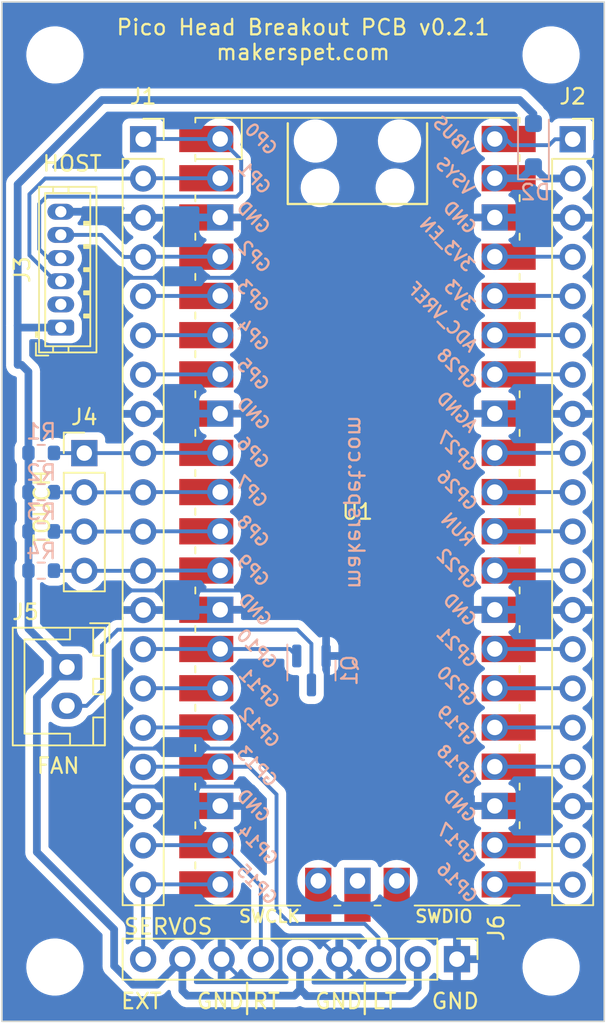
<source format=kicad_pcb>
(kicad_pcb (version 20221018) (generator pcbnew)
  (title_block (title "Raspberry Pi Pico Breakout - Head") (date "2024-03-06") (rev "0.2.1") (company "makerspet.com"))
  (layers (0 "F.Cu" signal) (31 "B.Cu" signal) (34 "B.Paste" user) (35 "F.Paste" user) (36 "B.SilkS" user "B.Silkscreen") (37 "F.SilkS" user "F.Silkscreen") (38 "B.Mask" user) (39 "F.Mask" user) (44 "Edge.Cuts" user))
  (net 0 "")
  (net 1 "+5V")
  (net 2 "Net-(J5-Pin_2)")
  (net 3 "/I2C_SDA_HOST")
  (net 4 "/I2C_SCL_HOST")
  (net 5 "/INT_HOST")
  (net 6 "/SERVO_LEFT")
  (net 7 "/SERVO_RIGHT")
  (net 8 "/SERVO_EXT")
  (net 9 "/TOUCH_TOP")
  (net 10 "/TOUCH_LEFT")
  (net 11 "/TOUCH_RIGHT")
  (net 12 "/TOUCH_REAR")
  (net 13 "/FAN_EN")
  (net 14 "Net-(J1-Pin_15)")
  (net 15 "Net-(J1-Pin_16)")
  (net 16 "Net-(J1-Pin_5)")
  (net 17 "Net-(J1-Pin_6)")
  (net 18 "Net-(J1-Pin_7)")
  (net 19 "Net-(J2-Pin_1)")
  (net 20 "Net-(D2-K)")
  (net 21 "Net-(J2-Pin_4)")
  (net 22 "+3.3V")
  (net 23 "Net-(J2-Pin_6)")
  (net 24 "Net-(J2-Pin_7)")
  (net 25 "Net-(J2-Pin_9)")
  (net 26 "Net-(J2-Pin_10)")
  (net 27 "Net-(J2-Pin_11)")
  (net 28 "Net-(J2-Pin_12)")
  (net 29 "Net-(J2-Pin_14)")
  (net 30 "Net-(J2-Pin_15)")
  (net 31 "Net-(J2-Pin_16)")
  (net 32 "Net-(J2-Pin_17)")
  (net 33 "Net-(J2-Pin_19)")
  (net 34 "Net-(J2-Pin_20)")
  (net 39 "GND")
  (footprint "MountingHole:MountingHole_3.2mm_M3" (layer "F.Cu") (at 112.141 92.075)
    (fp_text reference "H3" hide)
    (fp_text value "MountingHole" hide)
    (pad "" np_thru_hole circle (at 0 0) (size 3.2 3.2) (drill 3.2) (layers "*.Cu" "*.Mask"))
  )
  (footprint "Connector_PinSocket_2.54mm:PinSocket_1x20_P2.54mm_Vertical" (layer "F.Cu") (at 145.669 38.481)
    (fp_text reference "J2" (at 0 -2.77) (layer "F.SilkS"))
    (fp_text value "HDR F 2.54MM 20-pin VERT" hide)
    (pad "1" thru_hole rect (at 0 0) (size 1.7 1.7) (drill 1) (layers "*.Cu" "*.Mask") (net 19 "Net-(J2-Pin_1)"))
    (pad "2" thru_hole oval (at 0 2.54) (size 1.7 1.7) (drill 1) (layers "*.Cu" "*.Mask") (net 20 "Net-(D2-K)"))
    (pad "3" thru_hole oval (at 0 5.08) (size 1.7 1.7) (drill 1) (layers "*.Cu" "*.Mask") (net 39 "GND"))
    (pad "4" thru_hole oval (at 0 7.62) (size 1.7 1.7) (drill 1) (layers "*.Cu" "*.Mask") (net 21 "Net-(J2-Pin_4)"))
    (pad "5" thru_hole oval (at 0 10.16) (size 1.7 1.7) (drill 1) (layers "*.Cu" "*.Mask") (net 22 "+3.3V"))
    (pad "6" thru_hole oval (at 0 12.7) (size 1.7 1.7) (drill 1) (layers "*.Cu" "*.Mask") (net 23 "Net-(J2-Pin_6)"))
    (pad "7" thru_hole oval (at 0 15.24) (size 1.7 1.7) (drill 1) (layers "*.Cu" "*.Mask") (net 24 "Net-(J2-Pin_7)"))
    (pad "8" thru_hole oval (at 0 17.78) (size 1.7 1.7) (drill 1) (layers "*.Cu" "*.Mask") (net 39 "GND"))
    (pad "9" thru_hole oval (at 0 20.32) (size 1.7 1.7) (drill 1) (layers "*.Cu" "*.Mask") (net 25 "Net-(J2-Pin_9)"))
    (pad "10" thru_hole oval (at 0 22.86) (size 1.7 1.7) (drill 1) (layers "*.Cu" "*.Mask") (net 26 "Net-(J2-Pin_10)"))
    (pad "11" thru_hole oval (at 0 25.4) (size 1.7 1.7) (drill 1) (layers "*.Cu" "*.Mask") (net 27 "Net-(J2-Pin_11)"))
    (pad "12" thru_hole oval (at 0 27.94) (size 1.7 1.7) (drill 1) (layers "*.Cu" "*.Mask") (net 28 "Net-(J2-Pin_12)"))
    (pad "13" thru_hole oval (at 0 30.48) (size 1.7 1.7) (drill 1) (layers "*.Cu" "*.Mask") (net 39 "GND"))
    (pad "14" thru_hole oval (at 0 33.02) (size 1.7 1.7) (drill 1) (layers "*.Cu" "*.Mask") (net 29 "Net-(J2-Pin_14)"))
    (pad "15" thru_hole oval (at 0 35.56) (size 1.7 1.7) (drill 1) (layers "*.Cu" "*.Mask") (net 30 "Net-(J2-Pin_15)"))
    (pad "16" thru_hole oval (at 0 38.1) (size 1.7 1.7) (drill 1) (layers "*.Cu" "*.Mask") (net 31 "Net-(J2-Pin_16)"))
    (pad "17" thru_hole oval (at 0 40.64) (size 1.7 1.7) (drill 1) (layers "*.Cu" "*.Mask") (net 32 "Net-(J2-Pin_17)"))
    (pad "18" thru_hole oval (at 0 43.18) (size 1.7 1.7) (drill 1) (layers "*.Cu" "*.Mask") (net 39 "GND"))
    (pad "19" thru_hole oval (at 0 45.72) (size 1.7 1.7) (drill 1) (layers "*.Cu" "*.Mask") (net 33 "Net-(J2-Pin_19)"))
    (pad "20" thru_hole oval (at 0 48.26) (size 1.7 1.7) (drill 1) (layers "*.Cu" "*.Mask") (net 34 "Net-(J2-Pin_20)"))
  )
  (footprint "Connector_PinHeader_2.54mm:PinHeader_1x09_P2.54mm_Vertical" (layer "F.Cu") (at 138.176 91.567 -90)
    (fp_text reference "J6" (at -2.032 -2.54 90) (layer "F.SilkS"))
    (fp_text value "HDR M 2.54MM 9P VERT" hide)
    (pad "1" thru_hole rect (at 0 0 270) (size 1.7 1.7) (drill 1) (layers "*.Cu" "*.Mask") (net 39 "GND"))
    (pad "2" thru_hole oval (at 0 2.54 270) (size 1.7 1.7) (drill 1) (layers "*.Cu" "*.Mask") (net 1 "+5V"))
    (pad "3" thru_hole oval (at 0 5.08 270) (size 1.7 1.7) (drill 1) (layers "*.Cu" "*.Mask") (net 6 "/SERVO_LEFT"))
    (pad "4" thru_hole oval (at 0 7.62 270) (size 1.7 1.7) (drill 1) (layers "*.Cu" "*.Mask") (net 39 "GND"))
    (pad "5" thru_hole oval (at 0 10.16 270) (size 1.7 1.7) (drill 1) (layers "*.Cu" "*.Mask") (net 1 "+5V"))
    (pad "6" thru_hole oval (at 0 12.7 270) (size 1.7 1.7) (drill 1) (layers "*.Cu" "*.Mask") (net 7 "/SERVO_RIGHT"))
    (pad "7" thru_hole oval (at 0 15.24 270) (size 1.7 1.7) (drill 1) (layers "*.Cu" "*.Mask") (net 39 "GND"))
    (pad "8" thru_hole oval (at 0 17.78 270) (size 1.7 1.7) (drill 1) (layers "*.Cu" "*.Mask") (net 1 "+5V"))
    (pad "9" thru_hole oval (at 0 20.32 270) (size 1.7 1.7) (drill 1) (layers "*.Cu" "*.Mask") (net 8 "/SERVO_EXT"))
  )
  (footprint "MountingHole:MountingHole_3.2mm_M3" (layer "F.Cu") (at 144.272 33.02)
    (fp_text reference "H2" hide)
    (fp_text value "MountingHole" hide)
    (pad "" np_thru_hole circle (at 0 0) (size 3.2 3.2) (drill 3.2) (layers "*.Cu" "*.Mask"))
  )
  (footprint "MountingHole:MountingHole_3.2mm_M3" (layer "F.Cu") (at 112.141 33.02)
    (fp_text reference "H1" hide)
    (fp_text value "MountingHole" hide)
    (pad "" np_thru_hole circle (at 0 0) (size 3.2 3.2) (drill 3.2) (layers "*.Cu" "*.Mask"))
  )
  (footprint "Makerspet:RPi_Pico_SMD_TH" (layer "F.Cu") (at 131.734 62.594)
    (fp_text reference "U1" (at 0 0) (layer "F.SilkS"))
    (fp_text value "Pico")
    (fp_text user "GP8" (at -6.766 1.27 -45) (layer "B.SilkS") (effects (font (size 0.8 0.8)) (justify mirror)))
    (fp_text user "GP21" (at 6.442 8.79 -45) (layer "B.SilkS") (effects (font (size 0.8 0.8)) (justify mirror)))
    (fp_text user "GP17" (at 6.442 21.48 -45) (layer "B.SilkS") (effects (font (size 0.8 0.8)) (justify mirror)))
    (fp_text user "RUN" (at 6.496 1.16 -45) (layer "B.SilkS") (effects (font (size 0.8 0.8)) (justify mirror)))
    (fp_text user "GP9" (at -6.766 3.81 -45) (layer "B.SilkS") (effects (font (size 0.8 0.8)) (justify mirror)))
    (fp_text user "GND" (at -6.7406 19.0416 -45) (layer "B.SilkS") (effects (font (size 0.8 0.8)) (justify mirror)))
    (fp_text user "VBUS" (at 6.196 -24.31 -45) (layer "B.SilkS") (effects (font (size 0.8 0.8)) (justify mirror)))
    (fp_text user "GP6" (at -6.766 -3.81 -45) (layer "B.SilkS") (effects (font (size 0.8 0.8)) (justify mirror)))
    (fp_text user "3V3_EN" (at 5.796 -17.31 -45) (layer "B.SilkS") (effects (font (size 0.8 0.8)) (justify mirror)))
    (fp_text user "GND" (at 6.6198 -19.05 315) (layer "B.SilkS") (effects (font (size 0.8 0.8)) (justify mirror)))
    (fp_text user "GP4" (at -6.766 -11.43 -45) (layer "B.SilkS") (effects (font (size 0.8 0.8)) (justify mirror)))
    (fp_text user "GP11" (at -6.366 11.43 -45) (layer "B.SilkS") (effects (font (size 0.8 0.8)) (justify mirror)))
    (fp_text user "GP5" (at -6.766 -8.89 -45) (layer "B.SilkS") (effects (font (size 0.8 0.8)) (justify mirror)))
    (fp_text user "GND" (at -6.7406 -6.35 315) (layer "B.SilkS") (effects (font (size 0.8 0.8)) (justify mirror)))
    (fp_text user "GP26" (at 6.442 -1.38 -45) (layer "B.SilkS") (effects (font (size 0.8 0.8)) (justify mirror)))
    (fp_text user "GP13" (at -6.512 16.51 -45) (layer "B.SilkS") (effects (font (size 0.8 0.8)) (justify mirror)))
    (fp_text user "GP18" (at 6.442 16.4 -45) (layer "B.SilkS") (effects (font (size 0.8 0.8)) (justify mirror)))
    (fp_text user "GP1" (at -6.666 -21.6 -45) (layer "B.SilkS") (effects (font (size 0.8 0.8)) (justify mirror)))
    (fp_text user "GND" (at 6.6198 6.35 315) (layer "B.SilkS") (effects (font (size 0.8 0.8)) (justify mirror)))
    (fp_text user "GP0" (at -6.258 -24.13 -45) (layer "B.SilkS") (effects (font (size 0.8 0.8)) (justify mirror)))
    (fp_text user "VSYS" (at 6.296 -21.7 -45) (layer "B.SilkS") (effects (font (size 0.8 0.8)) (justify mirror)))
    (fp_text user "GP16" (at 6.442 24.02 -45) (layer "B.SilkS") (effects (font (size 0.8 0.8)) (justify mirror)))
    (fp_text user "GP3" (at -6.766 -13.97 -45) (layer "B.SilkS") (effects (font (size 0.8 0.8)) (justify mirror)))
    (fp_text user "GP15" (at -6.512 24.13 -45) (layer "B.SilkS") (effects (font (size 0.8 0.8)) (justify mirror)))
    (fp_text user "AGND" (at 6.442 -6.46 -45) (layer "B.SilkS") (effects (font (size 0.8 0.8)) (justify mirror)))
    (fp_text user "GP7" (at -6.866 -1.3 -45) (layer "B.SilkS") (effects (font (size 0.8 0.8)) (justify mirror)))
    (fp_text user "GND" (at -6.7406 -19.05 315) (layer "B.SilkS") (effects (font (size 0.8 0.8)) (justify mirror)))
    (fp_text user "GP12" (at -6.366 13.97 -45) (layer "B.SilkS") (effects (font (size 0.8 0.8)) (justify mirror)))
    (fp_text user "GP10" (at -6.512 8.89 -45) (layer "B.SilkS") (effects (font (size 0.8 0.8)) (justify mirror)))
    (fp_text user "ADC_VREF" (at 5.496 -12.61 -45) (layer "B.SilkS") (effects (font (size 0.8 0.8)) (justify mirror)))
    (fp_text user "GP20" (at 6.442 11.32 -45) (layer "B.SilkS") (effects (font (size 0.8 0.8)) (justify mirror)))
    (fp_text user "GP28" (at 6.442 -9.254 -45) (layer "B.SilkS") (effects (font (size 0.8 0.8)) (justify mirror)))
    (fp_text user "GND" (at 6.6198 19.0416 315) (layer "B.SilkS") (effects (font (size 0.8 0.8)) (justify mirror)))
    (fp_text user "GP27" (at 6.442 -3.91 -45) (layer "B.SilkS") (effects (font (size 0.8 0.8)) (justify mirror)))
    (fp_text user "GP22" (at 6.442 3.7 -45) (layer "B.SilkS") (effects (font (size 0.8 0.8)) (justify mirror)))
    (fp_text user "GP14" (at -6.466 21.59 -45) (layer "B.SilkS") (effects (font (size 0.8 0.8)) (justify mirror)))
    (fp_text user "GP2" (at -6.666 -16.51 -45) (layer "B.SilkS") (effects (font (size 0.8 0.8)) (justify mirror)))
    (fp_text user "3V3" (at 6.596 -14.01 -45) (layer "B.SilkS") (effects (font (size 0.8 0.8)) (justify mirror)))
    (fp_text user "GND" (at -6.639 6.35 -45) (layer "B.SilkS") (effects (font (size 0.8 0.8)) (justify mirror)))
    (fp_text user "GP19" (at 6.442 13.86 -45) (layer "B.SilkS") (effects (font (size 0.8 0.8)) (justify mirror)))
    (fp_text user "SWCLK" (at -5.7 26.2) (layer "F.SilkS") (effects (font (size 0.8 0.8))))
    (fp_text user "SWDIO" (at 5.6 26.2) (layer "F.SilkS") (effects (font (size 0.8 0.8))))
    (pad "" np_thru_hole oval (at -2.725 -24) (size 1.8 1.8) (drill 1.8) (layers "*.Cu" "*.Mask"))
    (pad "" np_thru_hole oval (at -2.425 -20.97) (size 1.5 1.5) (drill 1.5) (layers "*.Cu" "*.Mask"))
    (pad "" np_thru_hole oval (at 2.425 -20.97) (size 1.5 1.5) (drill 1.5) (layers "*.Cu" "*.Mask"))
    (pad "" np_thru_hole oval (at 2.725 -24) (size 1.8 1.8) (drill 1.8) (layers "*.Cu" "*.Mask"))
    (pad "1" thru_hole oval (at -8.89 -24.13) (size 1.7 1.7) (drill 1) (layers "*.Cu" "*.Mask") (net 3 "/I2C_SDA_HOST"))
    (pad "1" smd rect (at -8.89 -24.13) (size 3.5 1.7) (drill (offset -0.9 0)) (layers "F.Cu" "F.Mask") (net 3 "/I2C_SDA_HOST"))
    (pad "2" thru_hole oval (at -8.89 -21.59) (size 1.7 1.7) (drill 1) (layers "*.Cu" "*.Mask") (net 4 "/I2C_SCL_HOST"))
    (pad "2" smd rect (at -8.89 -21.59) (size 3.5 1.7) (drill (offset -0.9 0)) (layers "F.Cu" "F.Mask") (net 4 "/I2C_SCL_HOST"))
    (pad "3" thru_hole rect (at -8.89 -19.05) (size 1.7 1.7) (drill 1) (layers "*.Cu" "*.Mask") (net 39 "GND"))
    (pad "3" smd rect (at -8.89 -19.05) (size 3.5 1.7) (drill (offset -0.9 0)) (layers "F.Cu" "F.Mask") (net 39 "GND"))
    (pad "4" thru_hole oval (at -8.89 -16.51) (size 1.7 1.7) (drill 1) (layers "*.Cu" "*.Mask") (net 5 "/INT_HOST"))
    (pad "4" smd rect (at -8.89 -16.51) (size 3.5 1.7) (drill (offset -0.9 0)) (layers "F.Cu" "F.Mask") (net 5 "/INT_HOST"))
    (pad "5" thru_hole oval (at -8.89 -13.97) (size 1.7 1.7) (drill 1) (layers "*.Cu" "*.Mask") (net 16 "Net-(J1-Pin_5)"))
    (pad "5" smd rect (at -8.89 -13.97) (size 3.5 1.7) (drill (offset -0.9 0)) (layers "F.Cu" "F.Mask") (net 16 "Net-(J1-Pin_5)"))
    (pad "6" thru_hole oval (at -8.89 -11.43) (size 1.7 1.7) (drill 1) (layers "*.Cu" "*.Mask") (net 17 "Net-(J1-Pin_6)"))
    (pad "6" smd rect (at -8.89 -11.43) (size 3.5 1.7) (drill (offset -0.9 0)) (layers "F.Cu" "F.Mask") (net 17 "Net-(J1-Pin_6)"))
    (pad "7" thru_hole oval (at -8.89 -8.89) (size 1.7 1.7) (drill 1) (layers "*.Cu" "*.Mask") (net 18 "Net-(J1-Pin_7)"))
    (pad "7" smd rect (at -8.89 -8.89) (size 3.5 1.7) (drill (offset -0.9 0)) (layers "F.Cu" "F.Mask") (net 18 "Net-(J1-Pin_7)"))
    (pad "8" thru_hole rect (at -8.89 -6.35) (size 1.7 1.7) (drill 1) (layers "*.Cu" "*.Mask") (net 39 "GND"))
    (pad "8" smd rect (at -8.89 -6.35) (size 3.5 1.7) (drill (offset -0.9 0)) (layers "F.Cu" "F.Mask") (net 39 "GND"))
    (pad "9" thru_hole oval (at -8.89 -3.81) (size 1.7 1.7) (drill 1) (layers "*.Cu" "*.Mask") (net 9 "/TOUCH_TOP"))
    (pad "9" smd rect (at -8.89 -3.81) (size 3.5 1.7) (drill (offset -0.9 0)) (layers "F.Cu" "F.Mask") (net 9 "/TOUCH_TOP"))
    (pad "10" thru_hole oval (at -8.89 -1.27) (size 1.7 1.7) (drill 1) (layers "*.Cu" "*.Mask") (net 10 "/TOUCH_LEFT"))
    (pad "10" smd rect (at -8.89 -1.27) (size 3.5 1.7) (drill (offset -0.9 0)) (layers "F.Cu" "F.Mask") (net 10 "/TOUCH_LEFT"))
    (pad "11" thru_hole oval (at -8.89 1.27) (size 1.7 1.7) (drill 1) (layers "*.Cu" "*.Mask") (net 11 "/TOUCH_RIGHT"))
    (pad "11" smd rect (at -8.89 1.27) (size 3.5 1.7) (drill (offset -0.9 0)) (layers "F.Cu" "F.Mask") (net 11 "/TOUCH_RIGHT"))
    (pad "12" thru_hole oval (at -8.89 3.81) (size 1.7 1.7) (drill 1) (layers "*.Cu" "*.Mask") (net 12 "/TOUCH_REAR"))
    (pad "12" smd rect (at -8.89 3.81) (size 3.5 1.7) (drill (offset -0.9 0)) (layers "F.Cu" "F.Mask") (net 12 "/TOUCH_REAR"))
    (pad "13" thru_hole rect (at -8.89 6.35) (size 1.7 1.7) (drill 1) (layers "*.Cu" "*.Mask") (net 39 "GND"))
    (pad "13" smd rect (at -8.89 6.35) (size 3.5 1.7) (drill (offset -0.9 0)) (layers "F.Cu" "F.Mask") (net 39 "GND"))
    (pad "14" thru_hole oval (at -8.89 8.89) (size 1.7 1.7) (drill 1) (layers "*.Cu" "*.Mask") (net 13 "/FAN_EN"))
    (pad "14" smd rect (at -8.89 8.89) (size 3.5 1.7) (drill (offset -0.9 0)) (layers "F.Cu" "F.Mask") (net 13 "/FAN_EN"))
    (pad "15" thru_hole oval (at -8.89 11.43) (size 1.7 1.7) (drill 1) (layers "*.Cu" "*.Mask") (net 14 "Net-(J1-Pin_15)"))
    (pad "15" smd rect (at -8.89 11.43) (size 3.5 1.7) (drill (offset -0.9 0)) (layers "F.Cu" "F.Mask") (net 14 "Net-(J1-Pin_15)"))
    (pad "16" thru_hole oval (at -8.89 13.97) (size 1.7 1.7) (drill 1) (layers "*.Cu" "*.Mask") (net 15 "Net-(J1-Pin_16)"))
    (pad "16" smd rect (at -8.89 13.97) (size 3.5 1.7) (drill (offset -0.9 0)) (layers "F.Cu" "F.Mask") (net 15 "Net-(J1-Pin_16)"))
    (pad "17" thru_hole oval (at -8.89 16.51) (size 1.7 1.7) (drill 1) (layers "*.Cu" "*.Mask") (net 6 "/SERVO_LEFT"))
    (pad "17" smd rect (at -8.89 16.51) (size 3.5 1.7) (drill (offset -0.9 0)) (layers "F.Cu" "F.Mask") (net 6 "/SERVO_LEFT"))
    (pad "18" thru_hole rect (at -8.89 19.05) (size 1.7 1.7) (drill 1) (layers "*.Cu" "*.Mask") (net 39 "GND"))
    (pad "18" smd rect (at -8.89 19.05) (size 3.5 1.7) (drill (offset -0.9 0)) (layers "F.Cu" "F.Mask") (net 39 "GND"))
    (pad "19" thru_hole oval (at -8.89 21.59) (size 1.7 1.7) (drill 1) (layers "*.Cu" "*.Mask") (net 7 "/SERVO_RIGHT"))
    (pad "19" smd rect (at -8.89 21.59) (size 3.5 1.7) (drill (offset -0.9 0)) (layers "F.Cu" "F.Mask") (net 7 "/SERVO_RIGHT"))
    (pad "20" thru_hole oval (at -8.89 24.13) (size 1.7 1.7) (drill 1) (layers "*.Cu" "*.Mask") (net 8 "/SERVO_EXT"))
    (pad "20" smd rect (at -8.89 24.13) (size 3.5 1.7) (drill (offset -0.9 0)) (layers "F.Cu" "F.Mask") (net 8 "/SERVO_EXT"))
    (pad "21" thru_hole oval (at 8.89 24.13) (size 1.7 1.7) (drill 1) (layers "*.Cu" "*.Mask") (net 34 "Net-(J2-Pin_20)"))
    (pad "21" smd rect (at 8.89 24.13) (size 3.5 1.7) (drill (offset 0.9 0)) (layers "F.Cu" "F.Mask") (net 34 "Net-(J2-Pin_20)"))
    (pad "22" thru_hole oval (at 8.89 21.59) (size 1.7 1.7) (drill 1) (layers "*.Cu" "*.Mask") (net 33 "Net-(J2-Pin_19)"))
    (pad "22" smd rect (at 8.89 21.59) (size 3.5 1.7) (drill (offset 0.9 0)) (layers "F.Cu" "F.Mask") (net 33 "Net-(J2-Pin_19)"))
    (pad "23" thru_hole rect (at 8.89 19.05) (size 1.7 1.7) (drill 1) (layers "*.Cu" "*.Mask") (net 39 "GND"))
    (pad "23" smd rect (at 8.89 19.05) (size 3.5 1.7) (drill (offset 0.9 0)) (layers "F.Cu" "F.Mask") (net 39 "GND"))
    (pad "24" thru_hole oval (at 8.89 16.51) (size 1.7 1.7) (drill 1) (layers "*.Cu" "*.Mask") (net 32 "Net-(J2-Pin_17)"))
    (pad "24" smd rect (at 8.89 16.51) (size 3.5 1.7) (drill (offset 0.9 0)) (layers "F.Cu" "F.Mask") (net 32 "Net-(J2-Pin_17)"))
    (pad "25" thru_hole oval (at 8.89 13.97) (size 1.7 1.7) (drill 1) (layers "*.Cu" "*.Mask") (net 31 "Net-(J2-Pin_16)"))
    (pad "25" smd rect (at 8.89 13.97) (size 3.5 1.7) (drill (offset 0.9 0)) (layers "F.Cu" "F.Mask") (net 31 "Net-(J2-Pin_16)"))
    (pad "26" thru_hole oval (at 8.89 11.43) (size 1.7 1.7) (drill 1) (layers "*.Cu" "*.Mask") (net 30 "Net-(J2-Pin_15)"))
    (pad "26" smd rect (at 8.89 11.43) (size 3.5 1.7) (drill (offset 0.9 0)) (layers "F.Cu" "F.Mask") (net 30 "Net-(J2-Pin_15)"))
    (pad "27" thru_hole oval (at 8.89 8.89) (size 1.7 1.7) (drill 1) (layers "*.Cu" "*.Mask") (net 29 "Net-(J2-Pin_14)"))
    (pad "27" smd rect (at 8.89 8.89) (size 3.5 1.7) (drill (offset 0.9 0)) (layers "F.Cu" "F.Mask") (net 29 "Net-(J2-Pin_14)"))
    (pad "28" thru_hole rect (at 8.89 6.35) (size 1.7 1.7) (drill 1) (layers "*.Cu" "*.Mask") (net 39 "GND"))
    (pad "28" smd rect (at 8.89 6.35) (size 3.5 1.7) (drill (offset 0.9 0)) (layers "F.Cu" "F.Mask") (net 39 "GND"))
    (pad "29" thru_hole oval (at 8.89 3.81) (size 1.7 1.7) (drill 1) (layers "*.Cu" "*.Mask") (net 28 "Net-(J2-Pin_12)"))
    (pad "29" smd rect (at 8.89 3.81) (size 3.5 1.7) (drill (offset 0.9 0)) (layers "F.Cu" "F.Mask") (net 28 "Net-(J2-Pin_12)"))
    (pad "30" thru_hole oval (at 8.89 1.27) (size 1.7 1.7) (drill 1) (layers "*.Cu" "*.Mask") (net 27 "Net-(J2-Pin_11)"))
    (pad "30" smd rect (at 8.89 1.27) (size 3.5 1.7) (drill (offset 0.9 0)) (layers "F.Cu" "F.Mask") (net 27 "Net-(J2-Pin_11)"))
    (pad "31" thru_hole oval (at 8.89 -1.27) (size 1.7 1.7) (drill 1) (layers "*.Cu" "*.Mask") (net 26 "Net-(J2-Pin_10)"))
    (pad "31" smd rect (at 8.89 -1.27) (size 3.5 1.7) (drill (offset 0.9 0)) (layers "F.Cu" "F.Mask") (net 26 "Net-(J2-Pin_10)"))
    (pad "32" thru_hole oval (at 8.89 -3.81) (size 1.7 1.7) (drill 1) (layers "*.Cu" "*.Mask") (net 25 "Net-(J2-Pin_9)"))
    (pad "32" smd rect (at 8.89 -3.81) (size 3.5 1.7) (drill (offset 0.9 0)) (layers "F.Cu" "F.Mask") (net 25 "Net-(J2-Pin_9)"))
    (pad "33" thru_hole rect (at 8.89 -6.35) (size 1.7 1.7) (drill 1) (layers "*.Cu" "*.Mask") (net 39 "GND"))
    (pad "33" smd rect (at 8.89 -6.35) (size 3.5 1.7) (drill (offset 0.9 0)) (layers "F.Cu" "F.Mask") (net 39 "GND"))
    (pad "34" thru_hole oval (at 8.89 -8.89) (size 1.7 1.7) (drill 1) (layers "*.Cu" "*.Mask") (net 24 "Net-(J2-Pin_7)"))
    (pad "34" smd rect (at 8.89 -8.89) (size 3.5 1.7) (drill (offset 0.9 0)) (layers "F.Cu" "F.Mask") (net 24 "Net-(J2-Pin_7)"))
    (pad "35" thru_hole oval (at 8.89 -11.43) (size 1.7 1.7) (drill 1) (layers "*.Cu" "*.Mask") (net 23 "Net-(J2-Pin_6)"))
    (pad "35" smd rect (at 8.89 -11.43) (size 3.5 1.7) (drill (offset 0.9 0)) (layers "F.Cu" "F.Mask") (net 23 "Net-(J2-Pin_6)"))
    (pad "36" thru_hole oval (at 8.89 -13.97) (size 1.7 1.7) (drill 1) (layers "*.Cu" "*.Mask") (net 22 "+3.3V"))
    (pad "36" smd rect (at 8.89 -13.97) (size 3.5 1.7) (drill (offset 0.9 0)) (layers "F.Cu" "F.Mask") (net 22 "+3.3V"))
    (pad "37" thru_hole oval (at 8.89 -16.51) (size 1.7 1.7) (drill 1) (layers "*.Cu" "*.Mask") (net 21 "Net-(J2-Pin_4)"))
    (pad "37" smd rect (at 8.89 -16.51) (size 3.5 1.7) (drill (offset 0.9 0)) (layers "F.Cu" "F.Mask") (net 21 "Net-(J2-Pin_4)"))
    (pad "38" thru_hole rect (at 8.89 -19.05) (size 1.7 1.7) (drill 1) (layers "*.Cu" "*.Mask") (net 39 "GND"))
    (pad "38" smd rect (at 8.89 -19.05) (size 3.5 1.7) (drill (offset 0.9 0)) (layers "F.Cu" "F.Mask") (net 39 "GND"))
    (pad "39" thru_hole oval (at 8.89 -21.59) (size 1.7 1.7) (drill 1) (layers "*.Cu" "*.Mask") (net 20 "Net-(D2-K)"))
    (pad "39" smd rect (at 8.89 -21.59) (size 3.5 1.7) (drill (offset 0.9 0)) (layers "F.Cu" "F.Mask") (net 20 "Net-(D2-K)"))
    (pad "40" thru_hole oval (at 8.89 -24.13) (size 1.7 1.7) (drill 1) (layers "*.Cu" "*.Mask") (net 19 "Net-(J2-Pin_1)"))
    (pad "40" smd rect (at 8.89 -24.13) (size 3.5 1.7) (drill (offset 0.9 0)) (layers "F.Cu" "F.Mask") (net 19 "Net-(J2-Pin_1)"))
    (pad "41" thru_hole oval (at -2.54 23.9) (size 1.7 1.7) (drill 1) (layers "*.Cu" "*.Mask"))
    (pad "41" smd rect (at -2.54 23.9 90) (size 3.5 1.7) (drill (offset -0.9 0)) (layers "F.Cu" "F.Mask"))
    (pad "42" thru_hole rect (at 0 23.9) (size 1.7 1.7) (drill 1) (layers "*.Cu" "*.Mask"))
    (pad "42" smd rect (at 0 23.9 90) (size 3.5 1.7) (drill (offset -0.9 0)) (layers "F.Cu" "F.Mask"))
    (pad "43" thru_hole oval (at 2.54 23.9) (size 1.7 1.7) (drill 1) (layers "*.Cu" "*.Mask"))
    (pad "43" smd rect (at 2.54 23.9 90) (size 3.5 1.7) (drill (offset -0.9 0)) (layers "F.Cu" "F.Mask"))
  )
  (footprint "Connector_PinSocket_2.54mm:PinSocket_1x20_P2.54mm_Vertical" (layer "F.Cu") (at 117.856 38.481)
    (fp_text reference "J1" (at 0 -2.77) (layer "F.SilkS"))
    (fp_text value "HDR F 2.54MM 20-pin VERT" hide)
    (pad "1" thru_hole rect (at 0 0) (size 1.7 1.7) (drill 1) (layers "*.Cu" "*.Mask") (net 3 "/I2C_SDA_HOST"))
    (pad "2" thru_hole oval (at 0 2.54) (size 1.7 1.7) (drill 1) (layers "*.Cu" "*.Mask") (net 4 "/I2C_SCL_HOST"))
    (pad "3" thru_hole oval (at 0 5.08) (size 1.7 1.7) (drill 1) (layers "*.Cu" "*.Mask") (net 39 "GND"))
    (pad "4" thru_hole oval (at 0 7.62) (size 1.7 1.7) (drill 1) (layers "*.Cu" "*.Mask") (net 5 "/INT_HOST"))
    (pad "5" thru_hole oval (at 0 10.16) (size 1.7 1.7) (drill 1) (layers "*.Cu" "*.Mask") (net 16 "Net-(J1-Pin_5)"))
    (pad "6" thru_hole oval (at 0 12.7) (size 1.7 1.7) (drill 1) (layers "*.Cu" "*.Mask") (net 17 "Net-(J1-Pin_6)"))
    (pad "7" thru_hole oval (at 0 15.24) (size 1.7 1.7) (drill 1) (layers "*.Cu" "*.Mask") (net 18 "Net-(J1-Pin_7)"))
    (pad "8" thru_hole oval (at 0 17.78) (size 1.7 1.7) (drill 1) (layers "*.Cu" "*.Mask") (net 39 "GND"))
    (pad "9" thru_hole oval (at 0 20.32) (size 1.7 1.7) (drill 1) (layers "*.Cu" "*.Mask") (net 9 "/TOUCH_TOP"))
    (pad "10" thru_hole oval (at 0 22.86) (size 1.7 1.7) (drill 1) (layers "*.Cu" "*.Mask") (net 10 "/TOUCH_LEFT"))
    (pad "11" thru_hole oval (at 0 25.4) (size 1.7 1.7) (drill 1) (layers "*.Cu" "*.Mask") (net 11 "/TOUCH_RIGHT"))
    (pad "12" thru_hole oval (at 0 27.94) (size 1.7 1.7) (drill 1) (layers "*.Cu" "*.Mask") (net 12 "/TOUCH_REAR"))
    (pad "13" thru_hole oval (at 0 30.48) (size 1.7 1.7) (drill 1) (layers "*.Cu" "*.Mask") (net 39 "GND"))
    (pad "14" thru_hole oval (at 0 33.02) (size 1.7 1.7) (drill 1) (layers "*.Cu" "*.Mask") (net 13 "/FAN_EN"))
    (pad "15" thru_hole oval (at 0 35.56) (size 1.7 1.7) (drill 1) (layers "*.Cu" "*.Mask") (net 14 "Net-(J1-Pin_15)"))
    (pad "16" thru_hole oval (at 0 38.1) (size 1.7 1.7) (drill 1) (layers "*.Cu" "*.Mask") (net 15 "Net-(J1-Pin_16)"))
    (pad "17" thru_hole oval (at 0 40.64) (size 1.7 1.7) (drill 1) (layers "*.Cu" "*.Mask") (net 6 "/SERVO_LEFT"))
    (pad "18" thru_hole oval (at 0 43.18) (size 1.7 1.7) (drill 1) (layers "*.Cu" "*.Mask") (net 39 "GND"))
    (pad "19" thru_hole oval (at 0 45.72) (size 1.7 1.7) (drill 1) (layers "*.Cu" "*.Mask") (net 7 "/SERVO_RIGHT"))
    (pad "20" thru_hole oval (at 0 48.26) (size 1.7 1.7) (drill 1) (layers "*.Cu" "*.Mask") (net 8 "/SERVO_EXT"))
  )
  (footprint "Connector_JST:JST_XH_B2B-XH-A_1x02_P2.50mm_Vertical" (layer "F.Cu") (at 112.92 72.664 -90)
    (fp_text reference "J5" (at -3.576 2.684 -180) (layer "F.SilkS"))
    (fp_text value "JST B2B-XH-A" hide)
    (pad "1" thru_hole roundrect (at 0 0 270) (size 1.7 2) (drill 1) (layers "*.Cu" "*.Mask") (roundrect_rratio 0.1470588235) (net 1 "+5V"))
    (pad "2" thru_hole oval (at 2.5 0 270) (size 1.7 2) (drill 1) (layers "*.Cu" "*.Mask") (net 2 "Net-(J5-Pin_2)"))
  )
  (footprint "MountingHole:MountingHole_3.2mm_M3" (layer "F.Cu") (at 144.272 92.075)
    (fp_text reference "H4" hide)
    (fp_text value "MountingHole" hide)
    (pad "" np_thru_hole circle (at 0 0) (size 3.2 3.2) (drill 3.2) (layers "*.Cu" "*.Mask"))
  )
  (footprint "Makerspet:JST_ZH_B6B-ZR_1x06_P1.50mm_Vertical" (layer "F.Cu") (at 112.522 50.673 90)
    (fp_text reference "J3" (at 3.75 -2.5 90) (layer "F.SilkS"))
    (fp_text value "JST B6B-ZR" hide)
    (pad "1" thru_hole roundrect (at 0 0 90) (size 1.03 1.73) (drill 0.73) (layers "*.Cu" "*.Mask") (roundrect_rratio 0.2427184466) (net 1 "+5V"))
    (pad "2" thru_hole oval (at 1.5 0 90) (size 1.03 1.73) (drill 0.73) (layers "*.Cu" "*.Mask"))
    (pad "3" thru_hole oval (at 3 0 90) (size 1.03 1.73) (drill 0.73) (layers "*.Cu" "*.Mask") (net 4 "/I2C_SCL_HOST"))
    (pad "4" thru_hole oval (at 4.5 0 90) (size 1.03 1.73) (drill 0.73) (layers "*.Cu" "*.Mask") (net 3 "/I2C_SDA_HOST"))
    (pad "5" thru_hole oval (at 6 0 90) (size 1.03 1.73) (drill 0.73) (layers "*.Cu" "*.Mask") (net 5 "/INT_HOST"))
    (pad "6" thru_hole oval (at 7.5 0 90) (size 1.03 1.73) (drill 0.73) (layers "*.Cu" "*.Mask") (net 39 "GND"))
  )
  (footprint "Connector_PinHeader_2.54mm:PinHeader_1x04_P2.54mm_Vertical" (layer "F.Cu") (at 114.046 58.801)
    (fp_text reference "J4" (at 0 -2.33) (layer "F.SilkS"))
    (fp_text value "HDR M 2.54MM 4P VERT" hide)
    (pad "1" thru_hole rect (at 0 0) (size 1.7 1.7) (drill 1) (layers "*.Cu" "*.Mask") (net 9 "/TOUCH_TOP"))
    (pad "2" thru_hole oval (at 0 2.54) (size 1.7 1.7) (drill 1) (layers "*.Cu" "*.Mask") (net 10 "/TOUCH_LEFT"))
    (pad "3" thru_hole oval (at 0 5.08) (size 1.7 1.7) (drill 1) (layers "*.Cu" "*.Mask") (net 11 "/TOUCH_RIGHT"))
    (pad "4" thru_hole oval (at 0 7.62) (size 1.7 1.7) (drill 1) (layers "*.Cu" "*.Mask") (net 12 "/TOUCH_REAR"))
  )
  (footprint "Resistor_SMD:R_0603_1608Metric" (layer "B.Cu") (at 111.252 61.331 180)
    (fp_text reference "R2" (at 0 1.26) (layer "B.SilkS") (effects (justify mirror)))
    (fp_text value "1M" hide)
    (pad "1" smd roundrect (at -0.825 0 180) (size 0.8 0.95) (layers "B.Cu" "B.Paste" "B.Mask") (net 10 "/TOUCH_LEFT"))
    (pad "2" smd roundrect (at 0.825 0 180) (size 0.8 0.95) (layers "B.Cu" "B.Paste" "B.Mask") (net 1 "+5V"))
  )
  (footprint "Resistor_SMD:R_0603_1608Metric" (layer "B.Cu") (at 111.252 58.791 180)
    (fp_text reference "R1" (at 0 1.387) (layer "B.SilkS") (effects (justify mirror)))
    (fp_text value "1M" hide)
    (pad "1" smd roundrect (at -0.825 0 180) (size 0.8 0.95) (layers "B.Cu" "B.Paste" "B.Mask") (net 9 "/TOUCH_TOP"))
    (pad "2" smd roundrect (at 0.825 0 180) (size 0.8 0.95) (layers "B.Cu" "B.Paste" "B.Mask") (net 1 "+5V"))
  )
  (footprint "Resistor_SMD:R_0603_1608Metric" (layer "B.Cu") (at 111.252 66.411 180)
    (fp_text reference "R4" (at 0 1.26) (layer "B.SilkS") (effects (justify mirror)))
    (fp_text value "1M" hide)
    (pad "1" smd roundrect (at -0.825 0 180) (size 0.8 0.95) (layers "B.Cu" "B.Paste" "B.Mask") (net 12 "/TOUCH_REAR"))
    (pad "2" smd roundrect (at 0.825 0 180) (size 0.8 0.95) (layers "B.Cu" "B.Paste" "B.Mask") (net 1 "+5V"))
  )
  (footprint "Diode_SMD:D_SOD-123F" (layer "B.Cu") (at 143.129 38.862 90)
    (fp_text reference "D2" (at -3.048 0.127 180) (layer "B.SilkS") (effects (justify mirror)))
    (fp_text value "FS26" hide)
    (pad "1" smd roundrect (at -1.4 0 90) (size 1.1 1.1) (layers "B.Cu" "B.Paste" "B.Mask") (roundrect_rratio 0.2272727273) (net 20 "Net-(D2-K)"))
    (pad "2" smd roundrect (at 1.4 0 90) (size 1.1 1.1) (layers "B.Cu" "B.Paste" "B.Mask") (roundrect_rratio 0.2272727273) (net 1 "+5V"))
  )
  (footprint "Package_TO_SOT_SMD:SOT-23" (layer "B.Cu") (at 128.7526 72.8726 -90)
    (fp_text reference "Q1" (at 0 -2.4638 90) (layer "B.SilkS") (effects (justify mirror)))
    (fp_text value "AS2302" hide)
    (pad "1" smd roundrect (at -0.9375 0.95 270) (size 1.475 0.6) (layers "B.Cu" "B.Paste" "B.Mask") (net 13 "/FAN_EN"))
    (pad "2" smd roundrect (at -0.9375 -0.95 270) (size 1.475 0.6) (layers "B.Cu" "B.Paste" "B.Mask") (net 39 "GND"))
    (pad "3" smd roundrect (at 0.9375 0 270) (size 1.475 0.6) (layers "B.Cu" "B.Paste" "B.Mask") (net 2 "Net-(J5-Pin_2)"))
  )
  (footprint "Resistor_SMD:R_0603_1608Metric" (layer "B.Cu") (at 111.252 63.871 180)
    (fp_text reference "R3" (at 0 1.26) (layer "B.SilkS") (effects (justify mirror)))
    (fp_text value "1M" hide)
    (pad "1" smd roundrect (at -0.825 0 180) (size 0.8 0.95) (layers "B.Cu" "B.Paste" "B.Mask") (net 11 "/TOUCH_RIGHT"))
    (pad "2" smd roundrect (at 0.825 0 180) (size 0.8 0.95) (layers "B.Cu" "B.Paste" "B.Mask") (net 1 "+5V"))
  )
  (gr_line (start 127.2205 37.448) (end 127.2205 42.672) (stroke (width 0.15)) (layer "F.SilkS"))
  (gr_line (start 127.2205 42.672) (end 136.2425 42.672) (stroke (width 0.15)) (layer "F.SilkS"))
  (gr_line (start 124.587 93.091) (end 124.587 95.123) (stroke (width 0.15)) (layer "F.SilkS"))
  (gr_line (start 132.207 93.091) (end 132.207 95.123) (stroke (width 0.15)) (layer "F.SilkS"))
  (gr_line (start 136.2425 42.672) (end 136.2425 37.448) (stroke (width 0.15)) (layer "F.SilkS"))
  (gr_rect (start 108.712 29.591) (end 147.712 95.591) (stroke (width 0.1)) (fill none) (layer "Edge.Cuts"))
  (gr_text "makerspet.com" (at 131.064 67.691 -90) (layer "B.SilkS") (effects (font (size 1 1)) (justify left bottom mirror)))
  (gr_text "LT   GND" (at 132.588 94.869) (layer "F.SilkS") (effects (font (size 1 1)) (justify left bottom)))
  (gr_text "Pico Head Breakout PCB v0.2.1\nmakerspet.com" (at 128.212 33.4264) (layer "F.SilkS") (effects (font (size 1 1)) (justify bottom)))
  (gr_text "EXT   GND" (at 116.332 94.869) (layer "F.SilkS") (effects (font (size 1 1)) (justify left bottom)))
  (gr_text "TOUCH" (at 111.887 64.897 90) (layer "F.SilkS") (effects (font (size 1 1)) (justify left bottom)))
  (gr_text "FAN" (at 110.871 79.629) (layer "F.SilkS") (effects (font (size 1 1)) (justify left bottom)))
  (gr_text "HOST" (at 111.252 40.64) (layer "F.SilkS") (effects (font (size 1 1)) (justify left bottom)))
  (gr_text "RT   GND" (at 124.841 94.869) (layer "F.SilkS") (effects (font (size 1 1)) (justify left bottom)))
  (gr_text "SERVOS" (at 116.526 90.043) (layer "F.SilkS") (effects (font (size 1 1)) (justify left bottom)))
  (segment (start 110.9726 74.6114) (end 110.9726 84.6328) (width 0.5) (layer "B.Cu") (net 1))
  (segment (start 110.9726 84.6328) (end 115.9764 89.6366) (width 0.5) (layer "B.Cu") (net 1))
  (segment (start 128.4224 93.9038) (end 128.016 93.4974) (width 0.5) (layer "B.Cu") (net 1))
  (segment (start 109.728 41.402) (end 115.189 35.941) (width 0.5) (layer "B.Cu") (net 1))
  (segment (start 127.635 93.9292) (end 128.016 93.5482) (width 0.5) (layer "B.Cu") (net 1))
  (segment (start 135.1026 93.9546) (end 135.636 93.4212) (width 0.5) (layer "B.Cu") (net 1))
  (segment (start 115.189 35.941) (end 142.24 35.941) (width 0.5) (layer "B.Cu") (net 1))
  (segment (start 110.427 70.171) (end 112.92 72.664) (width 0.5) (layer "B.Cu") (net 1))
  (segment (start 110.427 63.871) (end 110.427 61.331) (width 0.5) (layer "B.Cu") (net 1))
  (segment (start 117.1956 93.218) (end 118.745 93.218) (width 0.5) (layer "B.Cu") (net 1))
  (segment (start 110.427 66.411) (end 110.427 63.871) (width 0.5) (layer "B.Cu") (net 1))
  (segment (start 115.9764 91.9988) (end 117.1956 93.218) (width 0.5) (layer "B.Cu") (net 1))
  (segment (start 110.427 66.411) (end 110.427 70.171) (width 0.5) (layer "B.Cu") (net 1))
  (segment (start 142.24 35.941) (end 143.129 36.83) (width 0.5) (layer "B.Cu") (net 1))
  (segment (start 128.016 93.5482) (end 128.016 93.1164) (width 0.5) (layer "B.Cu") (net 1))
  (segment (start 115.9764 89.6366) (end 115.9764 91.9988) (width 0.5) (layer "B.Cu") (net 1))
  (segment (start 110.427 61.331) (end 110.427 58.791) (width 0.5) (layer "B.Cu") (net 1))
  (segment (start 120.7262 93.9292) (end 127.635 93.9292) (width 0.5) (layer "B.Cu") (net 1))
  (segment (start 135.636 93.4212) (end 135.636 91.567) (width 0.5) (layer "B.Cu") (net 1))
  (segment (start 120.396 93.599) (end 120.396 91.567) (width 0.5) (layer "B.Cu") (net 1))
  (segment (start 112.522 50.673) (end 109.855 50.673) (width 0.5) (layer "B.Cu") (net 1))
  (segment (start 128.016 93.1164) (end 128.016 91.567) (width 0.5) (layer "B.Cu") (net 1))
  (segment (start 128.4224 93.9546) (end 135.1026 93.9546) (width 0.5) (layer "B.Cu") (net 1))
  (segment (start 109.728 53.086) (end 109.728 50.546) (width 0.5) (layer "B.Cu") (net 1))
  (segment (start 143.129 36.83) (end 143.129 37.462) (width 0.5) (layer "B.Cu") (net 1))
  (segment (start 128.016 93.4974) (end 128.016 93.1164) (width 0.5) (layer "B.Cu") (net 1))
  (segment (start 112.92 72.664) (end 110.9726 74.6114) (width 0.5) (layer "B.Cu") (net 1))
  (segment (start 109.855 50.673) (end 109.728 50.546) (width 0.5) (layer "B.Cu") (net 1))
  (segment (start 109.982 53.086) (end 110.427 53.531) (width 0.5) (layer "B.Cu") (net 1))
  (segment (start 109.728 50.546) (end 109.728 41.402) (width 0.5) (layer "B.Cu") (net 1))
  (segment (start 110.427 58.791) (end 110.427 53.531) (width 0.5) (layer "B.Cu") (net 1))
  (segment (start 109.728 53.086) (end 109.982 53.086) (width 0.5) (layer "B.Cu") (net 1))
  (segment (start 118.745 93.218) (end 120.396 91.567) (width 0.5) (layer "B.Cu") (net 1))
  (segment (start 120.7262 93.9292) (end 120.396 93.599) (width 0.5) (layer "B.Cu") (net 1))
  (segment (start 128.7526 73.8101) (end 128.7526 71.1454) (width 0.25) (layer "B.Cu") (net 2))
  (segment (start 115.189 74.168) (end 114.193 75.164) (width 0.25) (layer "B.Cu") (net 2))
  (segment (start 114.193 75.164) (end 112.92 75.164) (width 0.25) (layer "B.Cu") (net 2))
  (segment (start 127.8382 70.231) (end 116.205 70.231) (width 0.25) (layer "B.Cu") (net 2))
  (segment (start 115.189 71.247) (end 115.189 74.168) (width 0.25) (layer "B.Cu") (net 2))
  (segment (start 128.7526 71.1454) (end 127.8382 70.231) (width 0.25) (layer "B.Cu") (net 2))
  (segment (start 116.205 70.231) (end 115.189 71.247) (width 0.25) (layer "B.Cu") (net 2))
  (segment (start 122.844 38.464) (end 124.206 39.826) (width 0.25) (layer "B.Cu") (net 3))
  (segment (start 124.206 39.826) (end 124.206 41.91) (width 0.25) (layer "B.Cu") (net 3))
  (segment (start 111.125 42.672) (end 111.125 45.593) (width 0.25) (layer "B.Cu") (net 3))
  (segment (start 117.873 38.464) (end 117.856 38.481) (width 0.25) (layer "B.Cu") (net 3))
  (segment (start 111.125 45.593) (end 111.705 46.173) (width 0.25) (layer "B.Cu") (net 3))
  (segment (start 124.206 41.91) (end 123.92 42.196) (width 0.25) (layer "B.Cu") (net 3))
  (segment (start 111.705 46.173) (end 112.522 46.173) (width 0.25) (layer "B.Cu") (net 3))
  (segment (start 111.601 42.196) (end 111.125 42.672) (width 0.25) (layer "B.Cu") (net 3))
  (segment (start 122.844 38.464) (end 117.873 38.464) (width 0.25) (layer "B.Cu") (net 3))
  (segment (start 123.92 42.196) (end 111.601 42.196) (width 0.25) (layer "B.Cu") (net 3))
  (segment (start 117.873 41.004) (end 117.856 41.021) (width 0.25) (layer "B.Cu") (net 4))
  (segment (start 122.844 41.004) (end 117.873 41.004) (width 0.25) (layer "B.Cu") (net 4))
  (segment (start 110.49 45.991) (end 112.172 47.673) (width 0.25) (layer "B.Cu") (net 4))
  (segment (start 111.506 41.021) (end 110.49 42.037) (width 0.25) (layer "B.Cu") (net 4))
  (segment (start 117.856 41.021) (end 111.506 41.021) (width 0.25) (layer "B.Cu") (net 4))
  (segment (start 112.172 47.673) (end 112.522 47.673) (width 0.25) (layer "B.Cu") (net 4))
  (segment (start 110.49 42.037) (end 110.49 45.991) (width 0.25) (layer "B.Cu") (net 4))
  (segment (start 117.856 46.101) (end 116.586 46.101) (width 0.25) (layer "B.Cu") (net 5))
  (segment (start 115.158 44.673) (end 112.522 44.673) (width 0.25) (layer "B.Cu") (net 5))
  (segment (start 117.873 46.084) (end 117.856 46.101) (width 0.25) (layer "B.Cu") (net 5))
  (segment (start 122.844 46.084) (end 117.873 46.084) (width 0.25) (layer "B.Cu") (net 5))
  (segment (start 116.586 46.101) (end 115.158 44.673) (width 0.25) (layer "B.Cu") (net 5))
  (segment (start 133.096 90.17) (end 133.096 91.567) (width 0.25) (layer "B.Cu") (net 6))
  (segment (start 124.697 79.104) (end 126.492 80.899) (width 0.25) (layer "B.Cu") (net 6))
  (segment (start 126.492 80.899) (end 126.492 88.392) (width 0.25) (layer "B.Cu") (net 6))
  (segment (start 122.844 79.104) (end 124.697 79.104) (width 0.25) (layer "B.Cu") (net 6))
  (segment (start 127.381 89.281) (end 132.207 89.281) (width 0.25) (layer "B.Cu") (net 6))
  (segment (start 126.492 88.392) (end 127.381 89.281) (width 0.25) (layer "B.Cu") (net 6))
  (segment (start 117.873 79.104) (end 117.856 79.121) (width 0.25) (layer "B.Cu") (net 6))
  (segment (start 122.844 79.104) (end 117.873 79.104) (width 0.25) (layer "B.Cu") (net 6))
  (segment (start 132.207 89.281) (end 133.096 90.17) (width 0.25) (layer "B.Cu") (net 6))
  (segment (start 122.844 84.184) (end 125.476 86.816) (width 0.25) (layer "B.Cu") (net 7))
  (segment (start 122.844 84.184) (end 117.873 84.184) (width 0.25) (layer "B.Cu") (net 7))
  (segment (start 117.873 84.184) (end 117.856 84.201) (width 0.25) (layer "B.Cu") (net 7))
  (segment (start 125.476 86.816) (end 125.476 91.567) (width 0.25) (layer "B.Cu") (net 7))
  (segment (start 117.856 86.741) (end 117.856 91.567) (width 0.25) (layer "B.Cu") (net 8))
  (segment (start 122.844 86.724) (end 117.873 86.724) (width 0.25) (layer "B.Cu") (net 8))
  (segment (start 117.873 86.724) (end 117.856 86.741) (width 0.25) (layer "B.Cu") (net 8))
  (segment (start 114.046 58.801) (end 112.087 58.801) (width 0.25) (layer "B.Cu") (net 9))
  (segment (start 122.844 58.784) (end 117.873 58.784) (width 0.25) (layer "B.Cu") (net 9))
  (segment (start 117.873 58.784) (end 117.856 58.801) (width 0.25) (layer "B.Cu") (net 9))
  (segment (start 112.087 58.801) (end 112.077 58.791) (width 0.25) (layer "B.Cu") (net 9))
  (segment (start 117.856 58.801) (end 114.046 58.801) (width 0.25) (layer "B.Cu") (net 9))
  (segment (start 114.046 61.341) (end 112.087 61.341) (width 0.25) (layer "B.Cu") (net 10))
  (segment (start 117.856 61.341) (end 114.046 61.341) (width 0.25) (layer "B.Cu") (net 10))
  (segment (start 122.844 61.324) (end 117.873 61.324) (width 0.25) (layer "B.Cu") (net 10))
  (segment (start 117.873 61.324) (end 117.856 61.341) (width 0.25) (layer "B.Cu") (net 10))
  (segment (start 112.087 61.341) (end 112.077 61.331) (width 0.25) (layer "B.Cu") (net 10))
  (segment (start 117.873 63.864) (end 117.856 63.881) (width 0.25) (layer "B.Cu") (net 11))
  (segment (start 117.856 63.881) (end 114.046 63.881) (width 0.25) (layer "B.Cu") (net 11))
  (segment (start 122.844 63.864) (end 117.873 63.864) (width 0.25) (layer "B.Cu") (net 11))
  (segment (start 112.087 63.881) (end 112.077 63.871) (width 0.25) (layer "B.Cu") (net 11))
  (segment (start 114.046 63.881) (end 112.087 63.881) (width 0.25) (layer "B.Cu") (net 11))
  (segment (start 117.873 66.404) (end 117.856 66.421) (width 0.25) (layer "B.Cu") (net 12))
  (segment (start 114.046 66.421) (end 112.087 66.421) (width 0.25) (layer "B.Cu") (net 12))
  (segment (start 112.087 66.421) (end 112.077 66.411) (width 0.25) (layer "B.Cu") (net 12))
  (segment (start 122.844 66.404) (end 117.873 66.404) (width 0.25) (layer "B.Cu") (net 12))
  (segment (start 117.856 66.421) (end 114.046 66.421) (width 0.25) (layer "B.Cu") (net 12))
  (segment (start 127.3515 71.484) (end 127.8026 71.9351) (width 0.25) (layer "B.Cu") (net 13))
  (segment (start 122.844 71.484) (end 127.3515 71.484) (width 0.25) (layer "B.Cu") (net 13))
  (segment (start 117.873 71.484) (end 117.856 71.501) (width 0.25) (layer "B.Cu") (net 13))
  (segment (start 122.844 71.484) (end 117.873 71.484) (width 0.25) (layer "B.Cu") (net 13))
  (segment (start 122.844 74.024) (end 117.873 74.024) (width 0.25) (layer "B.Cu") (net 14))
  (segment (start 117.873 74.024) (end 117.856 74.041) (width 0.25) (layer "B.Cu") (net 14))
  (segment (start 122.844 76.564) (end 117.873 76.564) (width 0.25) (layer "B.Cu") (net 15))
  (segment (start 117.873 76.564) (end 117.856 76.581) (width 0.25) (layer "B.Cu") (net 15))
  (segment (start 122.844 48.624) (end 117.873 48.624) (width 0.25) (layer "B.Cu") (net 16))
  (segment (start 117.873 48.624) (end 117.856 48.641) (width 0.25) (layer "B.Cu") (net 16))
  (segment (start 117.873 51.164) (end 117.856 51.181) (width 0.25) (layer "B.Cu") (net 17))
  (segment (start 122.844 51.164) (end 117.873 51.164) (width 0.25) (layer "B.Cu") (net 17))
  (segment (start 117.873 53.704) (end 117.856 53.721) (width 0.25) (layer "B.Cu") (net 18))
  (segment (start 122.844 53.704) (end 117.873 53.704) (width 0.25) (layer "B.Cu") (net 18))
  (segment (start 140.624 38.464) (end 141.334 38.464) (width 0.25) (layer "B.Cu") (net 19))
  (segment (start 141.334 38.464) (end 141.732 38.862) (width 0.25) (layer "B.Cu") (net 19))
  (segment (start 144.145 38.862) (end 144.526 38.481) (width 0.25) (layer "B.Cu") (net 19))
  (segment (start 141.732 38.862) (end 144.145 38.862) (width 0.25) (layer "B.Cu") (net 19))
  (segment (start 144.526 38.481) (end 145.669 38.481) (width 0.25) (layer "B.Cu") (net 19))
  (segment (start 142.387 41.004) (end 143.129 40.262) (width 0.5) (layer "B.Cu") (net 20))
  (segment (start 145.669 41.021) (end 143.888 41.021) (width 0.5) (layer "B.Cu") (net 20))
  (segment (start 140.624 41.004) (end 142.387 41.004) (width 0.5) (layer "B.Cu") (net 20))
  (segment (start 143.888 41.021) (end 143.129 40.262) (width 0.5) (layer "B.Cu") (net 20))
  (segment (start 145.652 46.084) (end 145.669 46.101) (width 0.25) (layer "B.Cu") (net 21))
  (segment (start 140.624 46.084) (end 145.652 46.084) (width 0.25) (layer "B.Cu") (net 21))
  (segment (start 140.624 48.624) (end 145.652 48.624) (width 0.25) (layer "B.Cu") (net 22))
  (segment (start 145.652 48.624) (end 145.669 48.641) (width 0.25) (layer "B.Cu") (net 22))
  (segment (start 140.624 51.164) (end 145.652 51.164) (width 0.25) (layer "B.Cu") (net 23))
  (segment (start 145.652 51.164) (end 145.669 51.181) (width 0.25) (layer "B.Cu") (net 23))
  (segment (start 140.624 53.704) (end 145.652 53.704) (width 0.25) (layer "B.Cu") (net 24))
  (segment (start 145.652 53.704) (end 145.669 53.721) (width 0.25) (layer "B.Cu") (net 24))
  (segment (start 145.652 58.784) (end 145.669 58.801) (width 0.25) (layer "B.Cu") (net 25))
  (segment (start 140.624 58.784) (end 145.652 58.784) (width 0.25) (layer "B.Cu") (net 25))
  (segment (start 145.652 61.324) (end 145.669 61.341) (width 0.25) (layer "B.Cu") (net 26))
  (segment (start 140.624 61.324) (end 145.652 61.324) (width 0.25) (layer "B.Cu") (net 26))
  (segment (start 145.652 63.864) (end 145.669 63.881) (width 0.25) (layer "B.Cu") (net 27))
  (segment (start 140.624 63.864) (end 145.652 63.864) (width 0.25) (layer "B.Cu") (net 27))
  (segment (start 145.652 66.404) (end 145.669 66.421) (width 0.25) (layer "B.Cu") (net 28))
  (segment (start 140.624 66.404) (end 145.652 66.404) (width 0.25) (layer "B.Cu") (net 28))
  (segment (start 145.652 71.484) (end 145.669 71.501) (width 0.25) (layer "B.Cu") (net 29))
  (segment (start 140.624 71.484) (end 145.652 71.484) (width 0.25) (layer "B.Cu") (net 29))
  (segment (start 145.652 74.024) (end 145.669 74.041) (width 0.25) (layer "B.Cu") (net 30))
  (segment (start 140.624 74.024) (end 145.652 74.024) (width 0.25) (layer "B.Cu") (net 30))
  (segment (start 140.624 76.564) (end 145.652 76.564) (width 0.25) (layer "B.Cu") (net 31))
  (segment (start 145.652 76.564) (end 145.669 76.581) (width 0.25) (layer "B.Cu") (net 31))
  (segment (start 140.624 79.104) (end 145.652 79.104) (width 0.25) (layer "B.Cu") (net 32))
  (segment (start 145.652 79.104) (end 145.669 79.121) (width 0.25) (layer "B.Cu") (net 32))
  (segment (start 145.652 84.184) (end 145.669 84.201) (width 0.25) (layer "B.Cu") (net 33))
  (segment (start 140.624 84.184) (end 145.652 84.184) (width 0.25) (layer "B.Cu") (net 33))
  (segment (start 145.652 86.724) (end 145.669 86.741) (width 0.25) (layer "B.Cu") (net 34))
  (segment (start 140.624 86.724) (end 145.652 86.724) (width 0.25) (layer "B.Cu") (net 34))
  (segment (start 122.844 81.644) (end 117.873 81.644) (width 0.25) (layer "B.Cu") (net 39))
  (segment (start 116.205 68.961) (end 117.856 68.961) (width 0.25) (layer "B.Cu") (net 39))
  (segment (start 115.951 78.74) (end 115.951 80.264) (width 0.25) (layer "B.Cu") (net 39))
  (segment (start 129.413 77.1375) (end 135.3035 77.1375) (width 0.25) (layer "B.Cu") (net 39))
  (segment (start 115.951 80.264) (end 116.078 80.391) (width 0.25) (layer "B.Cu") (net 39))
  (segment (start 125.222 81.28) (end 124.858 81.644) (width 0.25) (layer "B.Cu") (net 39))
  (segment (start 116.078 48.133) (end 116.078 55.88) (width 0.25) (layer "B.Cu") (net 39))
  (segment (start 140.624 56.244) (end 127.906 56.244) (width 0.25) (layer "B.Cu") (net 39))
  (segment (start 127.745 56.244) (end 127.762 56.261) (width 0.25) (layer "B.Cu") (net 39))
  (segment (start 127.906 56.244) (end 127.762 56.388) (width 0.25) (layer "B.Cu") (net 39))
  (segment (start 124.968 80.391) (end 125.222 80.645) (width 0.25) (layer "B.Cu") (net 39))
  (segment (start 115.951 68.072) (end 115.951 68.707) (width 0.25) (layer "B.Cu") (net 39))
  (segment (start 117.856 43.561) (end 115.57 43.561) (width 0.25) (layer "B.Cu") (net 39))
  (segment (start 138.176 82.677) (end 139.209 81.644) (width 0.25) (layer "B.Cu") (net 39))
  (segment (start 134.366 92.3036) (end 133.7564 92.9132) (width 0.25) (layer "B.Cu") (net 39))
  (segment (start 125.84 43.544) (end 127.762 45.466) (width 0.25) (layer "B.Cu") (net 39))
  (segment (start 117.873 68.944) (end 117.856 68.961) (width 0.25) (layer "B.Cu") (net 39))
  (segment (start 127.762 45.466) (end 127.762 47.498) (width 0.25) (layer "B.Cu") (net 39))
  (segment (start 128.6215 77.929) (end 116.762 77.929) (width 0.25) (layer "B.Cu") (net 39))
  (segment (start 127.762 52.959) (end 127.762 56.261) (width 0.25) (layer "B.Cu") (net 39))
  (segment (start 122.844 43.544) (end 125.84 43.544) (width 0.25) (layer "B.Cu") (net 39))
  (segment (start 127.762 56.388) (end 127.762 59.182) (width 0.25) (layer "B.Cu") (net 39))
  (segment (start 133.7564 92.9132) (end 131.9022 92.9132) (width 0.25) (layer "B.Cu") (net 39))
  (segment (start 134.7978 89.8906) (end 134.366 90.3224) (width 0.25) (layer "B.Cu") (net 39))
  (segment (start 145.652 43.544) (end 145.669 43.561) (width 0.25) (layer "B.Cu") (net 39))
  (segment (start 127.762 47.498) (end 127.713 47.449) (width 0.25) (layer "B.Cu") (net 39))
  (segment (start 126.746 92.2528) (end 126.0602 92.9386) (width 0.25) (layer "B.Cu") (net 39))
  (segment (start 125.222 80.645) (end 125.222 81.28) (width 0.25) (layer "B.Cu") (net 39))
  (segment (start 130.556 91.567) (end 129.1844 90.1954) (width 0.25) (layer "B.Cu") (net 39))
  (segment (start 145.652 68.944) (end 145.669 68.961) (width 0.25) (layer "B.Cu") (net 39))
  (segment (start 138.176 89.8906) (end 134.7978 89.8906) (width 0.25) (layer "B.Cu") (net 39))
  (segment (start 134.366 90.3224) (end 134.366 92.3036) (width 0.25) (layer "B.Cu") (net 39))
  (segment (start 140.624 43.544) (end 145.652 43.544) (width 0.25) (layer "B.Cu") (net 39))
  (segment (start 127.762 56.261) (end 127.762 56.388) (width 0.25) (layer "B.Cu") (net 39))
  (segment (start 129.7026 71.9351) (end 129.7026 70.0464) (width 0.25) (layer "B.Cu") (net 39))
  (segment (start 122.844 68.944) (end 117.873 68.944) (width 0.25) (layer "B.Cu") (net 39))
  (segment (start 116.078 80.391) (end 124.968 80.391) (width 0.25) (layer "B.Cu") (net 39))
  (segment (start 115.951 81.28) (end 116.332 81.661) (width 0.25) (layer "B.Cu") (net 39))
  (segment (start 129.7026 70.0464) (end 128.6002 68.944) (width 0.25) (layer "B.Cu") (net 39))
  (segment (start 115.182 43.173) (end 112.522 43.173) (width 0.25) (layer "B.Cu") (net 39))
  (segment (start 140.624 56.244) (end 145.652 56.244) (width 0.25) (layer "B.Cu") (net 39))
  (segment (start 124.858 81.644) (end 122.844 81.644) (width 0.25) (layer "B.Cu") (net 39))
  (segment (start 115.57 43.561) (end 115.182 43.173) (width 0.25) (layer "B.Cu") (net 39))
  (segment (start 122.844 56.244) (end 127.745 56.244) (width 0.25) (layer "B.Cu") (net 39))
  (segment (start 116.078 55.88) (end 116.459 56.261) (width 0.25) (layer "B.Cu") (net 39))
  (segment (start 133.43 68.944) (end 135.3035 70.8175) (width 0.25) (layer "B.Cu") (net 39))
  (segment (start 137.177 68.944) (end 135.3035 70.8175) (width 0.25) (layer "B.Cu") (net 39))
  (segment (start 127.713 47.449) (end 116.762 47.449) (width 0.25) (layer "B.Cu") (net 39))
  (segment (start 140.624 68.944) (end 137.177 68.944) (width 0.25) (layer "B.Cu") (net 39))
  (segment (start 135.3035 70.8175) (end 135.3035 77.1375) (width 0.25) (layer "B.Cu") (net 39))
  (segment (start 139.209 81.043) (end 139.209 81.644) (width 0.25) (layer "B.Cu") (net 39))
  (segment (start 127.762 47.498) (end 127.762 52.959) (width 0.25) (layer "B.Cu") (net 39))
  (segment (start 129.684 43.544) (end 127.762 45.466) (width 0.25) (layer "B.Cu") (net 39))
  (segment (start 138.176 91.567) (end 138.176 89.8906) (width 0.25) (layer "B.Cu") (net 39))
  (segment (start 138.176 89.8906) (end 138.176 82.677) (width 0.25) (layer "B.Cu") (net 39))
  (segment (start 127.762 67.691) (end 116.332 67.691) (width 0.25) (layer "B.Cu") (net 39))
  (segment (start 117.873 81.644) (end 117.856 81.661) (width 0.25) (layer "B.Cu") (net 39))
  (segment (start 131.9022 92.9132) (end 130.556 91.567) (width 0.25) (layer "B.Cu") (net 39))
  (segment (start 116.762 47.449) (end 116.078 48.133) (width 0.25) (layer "B.Cu") (net 39))
  (segment (start 127.762 68.944) (end 128.6002 68.944) (width 0.25) (layer "B.Cu") (net 39))
  (segment (start 127.762 59.182) (end 127.762 59.3465) (width 0.25) (layer "B.Cu") (net 39))
  (segment (start 116.332 81.661) (end 117.856 81.661) (width 0.25) (layer "B.Cu") (net 39))
  (segment (start 127.762 59.3465) (end 127.762 67.691) (width 0.25) (layer "B.Cu") (net 39))
  (segment (start 115.951 80.264) (end 115.951 81.28) (width 0.25) (layer "B.Cu") (net 39))
  (segment (start 116.762 77.929) (end 115.951 78.74) (width 0.25) (layer "B.Cu") (net 39))
  (segment (start 129.1844 90.1954) (end 127.3302 90.1954) (width 0.25) (layer "B.Cu") (net 39))
  (segment (start 127.762 67.691) (end 127.762 68.944) (width 0.25) (layer "B.Cu") (net 39))
  (segment (start 122.844 43.544) (end 117.873 43.544) (width 0.25) (layer "B.Cu") (net 39))
  (segment (start 122.844 68.944) (end 127.762 68.944) (width 0.25) (layer "B.Cu") (net 39))
  (segment (start 122.844 56.244) (end 117.873 56.244) (width 0.25) (layer "B.Cu") (net 39))
  (segment (start 128.6002 68.944) (end 133.43 68.944) (width 0.25) (layer "B.Cu") (net 39))
  (segment (start 117.873 56.244) (end 117.856 56.261) (width 0.25) (layer "B.Cu") (net 39))
  (segment (start 140.624 81.644) (end 145.652 81.644) (width 0.25) (layer "B.Cu") (net 39))
  (segment (start 116.459 56.261) (end 117.856 56.261) (width 0.25) (layer "B.Cu") (net 39))
  (segment (start 126.0602 92.9386) (end 124.3076 92.9386) (width 0.25) (layer "B.Cu") (net 39))
  (segment (start 124.3076 92.9386) (end 122.936 91.567) (width 0.25) (layer "B.Cu") (net 39))
  (segment (start 115.951 68.707) (end 116.205 68.961) (width 0.25) (layer "B.Cu") (net 39))
  (segment (start 116.332 67.691) (end 115.951 68.072) (width 0.25) (layer "B.Cu") (net 39))
  (segment (start 139.209 81.644) (end 140.624 81.644) (width 0.25) (layer "B.Cu") (net 39))
  (segment (start 127.3302 90.1954) (end 126.746 90.7796) (width 0.25) (layer "B.Cu") (net 39))
  (segment (start 117.873 43.544) (end 117.856 43.561) (width 0.25) (layer "B.Cu") (net 39))
  (segment (start 129.413 77.1375) (end 128.6215 77.929) (width 0.25) (layer "B.Cu") (net 39))
  (segment (start 145.652 81.644) (end 145.669 81.661) (width 0.25) (layer "B.Cu") (net 39))
  (segment (start 126.746 90.7796) (end 126.746 92.2528) (width 0.25) (layer "B.Cu") (net 39))
  (segment (start 135.3035 77.1375) (end 139.209 81.043) (width 0.25) (layer "B.Cu") (net 39))
  (segment (start 140.624 43.544) (end 129.684 43.544) (width 0.25) (layer "B.Cu") (net 39))
  (segment (start 140.624 68.944) (end 145.652 68.944) (width 0.25) (layer "B.Cu") (net 39))
  (segment (start 145.652 56.244) (end 145.669 56.261) (width 0.25) (layer "B.Cu") (net 39))
  (zone (net 39) (net_name "GND") (layer "B.Cu") (connect_pads (clearance 0.5)) (min_thickness 0.25) (fill yes (thermal_gap 0.5) (thermal_bridge_width 0.5))
    (polygon (pts (xy 108.585 29.464) (xy 147.828 29.464) (xy 147.828 95.758) (xy 108.585 95.758)))
  )
)
</source>
